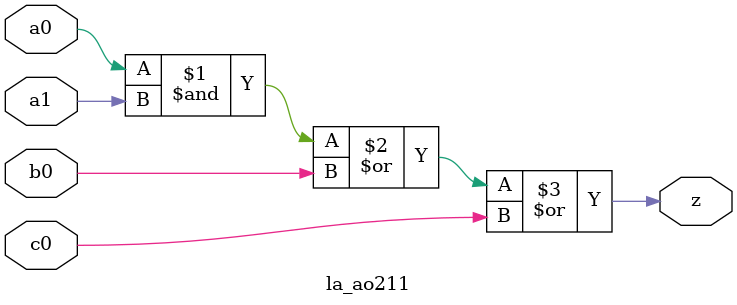
<source format=v>

module la_ao211 #(parameter PROP = "DEFAULT")  (
   input  a0,
   input  a1,
   input  b0,
   input  c0,
   output z
   );

   assign z = (a0 & a1) | b0 | c0;

endmodule

</source>
